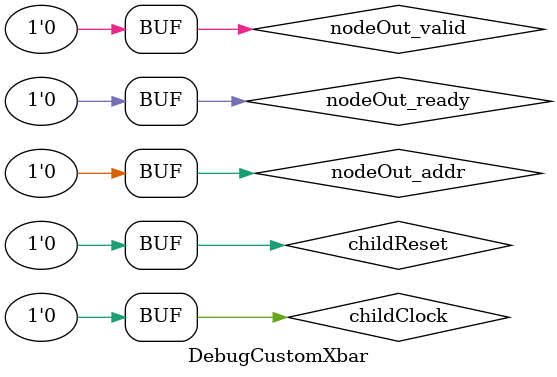
<source format=sv>
`ifndef RANDOMIZE
  `ifdef RANDOMIZE_REG_INIT
    `define RANDOMIZE
  `endif // RANDOMIZE_REG_INIT
`endif // not def RANDOMIZE

`ifndef RANDOM
  `define RANDOM $random
`endif // not def RANDOM

// Users can define 'ASSERT_VERBOSE_COND' to add an extra gate to assert error printing.
`ifndef ASSERT_VERBOSE_COND_
  `ifdef ASSERT_VERBOSE_COND
    `define ASSERT_VERBOSE_COND_ (`ASSERT_VERBOSE_COND)
  `else  // ASSERT_VERBOSE_COND
    `define ASSERT_VERBOSE_COND_ 1
  `endif // ASSERT_VERBOSE_COND
`endif // not def ASSERT_VERBOSE_COND_

// Users can define 'STOP_COND' to add an extra gate to stop conditions.
`ifndef STOP_COND_
  `ifdef STOP_COND
    `define STOP_COND_ (`STOP_COND)
  `else  // STOP_COND
    `define STOP_COND_ 1
  `endif // STOP_COND
`endif // not def STOP_COND_

// Users can define INIT_RANDOM as general code that gets injected into the
// initializer block for modules with registers.
`ifndef INIT_RANDOM
  `define INIT_RANDOM
`endif // not def INIT_RANDOM

// If using random initialization, you can also define RANDOMIZE_DELAY to
// customize the delay used, otherwise 0.002 is used.
`ifndef RANDOMIZE_DELAY
  `define RANDOMIZE_DELAY 0.002
`endif // not def RANDOMIZE_DELAY

// Define INIT_RANDOM_PROLOG_ for use in our modules below.
`ifndef INIT_RANDOM_PROLOG_
  `ifdef RANDOMIZE
    `ifdef VERILATOR
      `define INIT_RANDOM_PROLOG_ `INIT_RANDOM
    `else  // VERILATOR
      `define INIT_RANDOM_PROLOG_ `INIT_RANDOM #`RANDOMIZE_DELAY begin end
    `endif // VERILATOR
  `else  // RANDOMIZE
    `define INIT_RANDOM_PROLOG_
  `endif // RANDOMIZE
`endif // not def INIT_RANDOM_PROLOG_

// Include register initializers in init blocks unless synthesis is set
`ifndef SYNTHESIS
  `ifndef ENABLE_INITIAL_REG_
    `define ENABLE_INITIAL_REG_
  `endif // not def ENABLE_INITIAL_REG_
`endif // not def SYNTHESIS

// Include rmemory initializers in init blocks unless synthesis is set
`ifndef SYNTHESIS
  `ifndef ENABLE_INITIAL_MEM_
    `define ENABLE_INITIAL_MEM_
  `endif // not def ENABLE_INITIAL_MEM_
`endif // not def SYNTHESIS

module DebugCustomXbar();
  wire childClock = 1'h0;	// src/main/scala/diplomacy/LazyModule.scala:412:31, :416:25
  wire childReset = 1'h0;	// src/main/scala/diplomacy/LazyModule.scala:414:31, :416:25
  wire nodeOut_addr = 1'h0;	// src/main/scala/diplomacy/LazyModule.scala:416:25, src/main/scala/diplomacy/Nodes.scala:1205:17
  wire nodeOut_ready = 1'h0;	// src/main/scala/diplomacy/LazyModule.scala:416:25, src/main/scala/diplomacy/Nodes.scala:1205:17
  wire nodeOut_valid = 1'h0;	// src/main/scala/diplomacy/LazyModule.scala:416:25, src/main/scala/diplomacy/Nodes.scala:1205:17
endmodule


</source>
